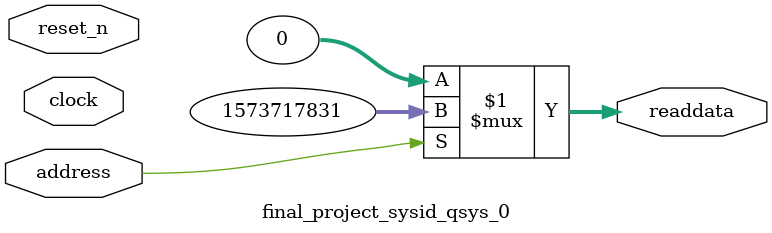
<source format=v>



// synthesis translate_off
`timescale 1ns / 1ps
// synthesis translate_on

// turn off superfluous verilog processor warnings 
// altera message_level Level1 
// altera message_off 10034 10035 10036 10037 10230 10240 10030 

module final_project_sysid_qsys_0 (
               // inputs:
                address,
                clock,
                reset_n,

               // outputs:
                readdata
             )
;

  output  [ 31: 0] readdata;
  input            address;
  input            clock;
  input            reset_n;

  wire    [ 31: 0] readdata;
  //control_slave, which is an e_avalon_slave
  assign readdata = address ? 1573717831 : 0;

endmodule



</source>
